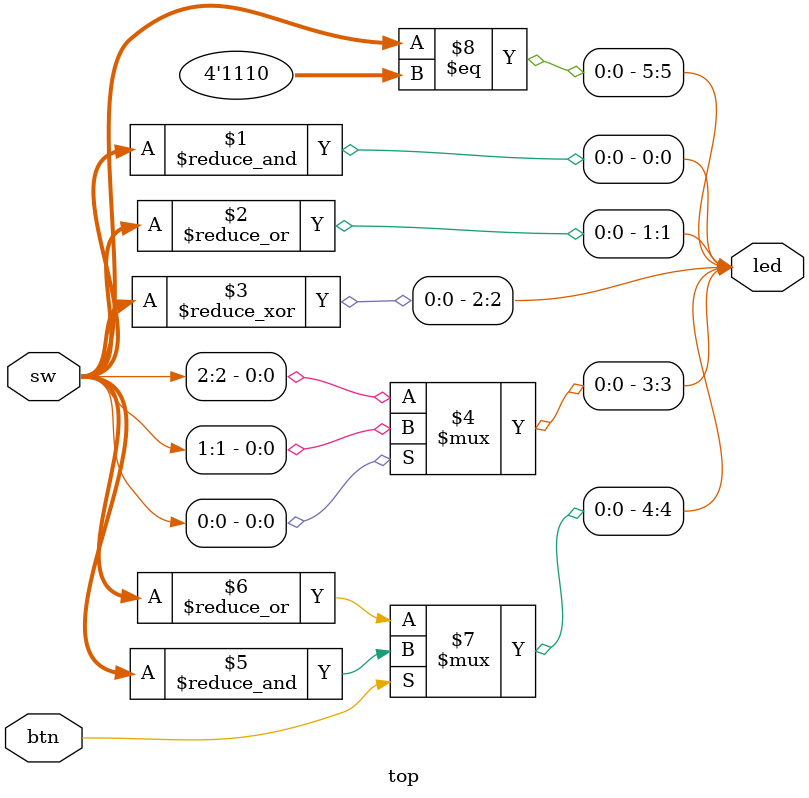
<source format=v>
module top(input [3:0] sw, input btn, output [5:0] led);
	
assign led[0] = &sw;
assign led[1] = |sw;
assign led[2] = ^sw;
assign led[3] = sw[0] ? sw[1] : sw[2];
assign led[4] = btn ? &sw : |sw;
assign led[5] = (sw == 4'hE);

endmodule
</source>
